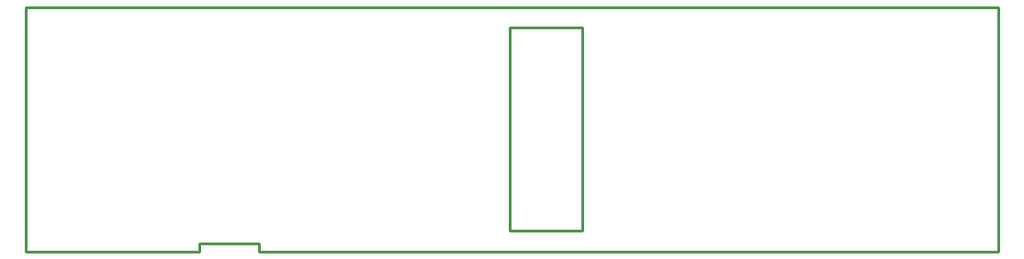
<source format=gko>
G04 Layer: BoardOutlineLayer*
G04 EasyEDA v6.5.5, 2022-06-25 23:47:44*
G04 621e16e28f884fd4bf2062cce9099d3c,e579ade59e434e5c9d4a708449f7d829,10*
G04 Gerber Generator version 0.2*
G04 Scale: 100 percent, Rotated: No, Reflected: No *
G04 Dimensions in inches *
G04 leading zeros omitted , absolute positions ,3 integer and 6 decimal *
%FSLAX36Y36*%
%MOIN*%

%ADD10C,0.0100*%
D10*
X0Y-367094D02*
G01*
X0Y372905D01*
X265000Y372905D01*
X265000Y-367094D01*
X0Y-367094D01*
X-1755000Y-442094D02*
G01*
X-1125000Y-442094D01*
X-1125000Y-412094D01*
X-910000Y-412094D01*
X-910000Y-442094D01*
X1775000Y-442094D01*
X1775000Y447905D01*
X-1755000Y447905D01*
X-1755000Y-442094D01*

%LPD*%
M02*

</source>
